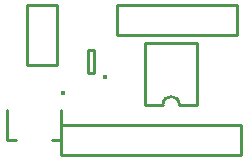
<source format=gto>
G04 DipTrace 2.4.0.2*
%INSquishyDuinoRev2.gto*%
%MOIN*%
%ADD10C,0.0098*%
%ADD18C,0.0154*%
%FSLAX44Y44*%
G04*
G70*
G90*
G75*
G01*
%LNTopSilk*%
%LPD*%
X5911Y5000D2*
D10*
X11911D1*
Y4000D1*
X5911D1*
Y5000D1*
X4786Y7000D2*
X5786D1*
Y9000D1*
X4786D1*
Y7000D1*
X7786Y9000D2*
X11786D1*
Y8000D1*
X7786D1*
Y9000D1*
D18*
X7359Y6576D3*
X7015Y6707D2*
D10*
Y7495D1*
X6819D1*
Y6707D1*
X7015D1*
X5894Y5481D2*
Y4497D1*
X5598D1*
X4417D2*
X4122D1*
Y5481D1*
D18*
X5985Y6067D3*
X10446Y5664D2*
D10*
Y7711D1*
X8714Y5664D2*
Y7711D1*
X10446D2*
X8714D1*
X10446Y5664D2*
X9855D1*
X9304D2*
X8714D1*
X9855D2*
G03X9304Y5664I-276J0D01*
G01*
M02*

</source>
